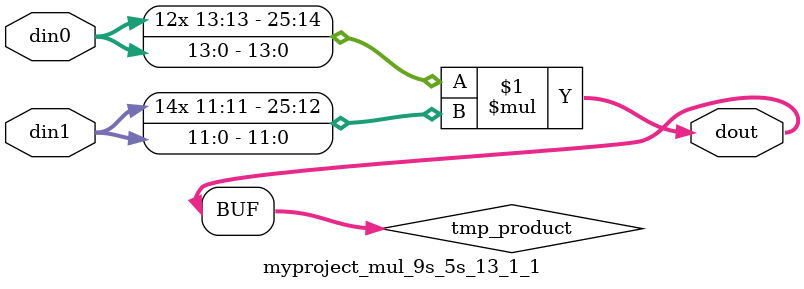
<source format=v>

`timescale 1 ns / 1 ps

  module myproject_mul_9s_5s_13_1_1(din0, din1, dout);
parameter ID = 1;
parameter NUM_STAGE = 0;
parameter din0_WIDTH = 14;
parameter din1_WIDTH = 12;
parameter dout_WIDTH = 26;

input [din0_WIDTH - 1 : 0] din0; 
input [din1_WIDTH - 1 : 0] din1; 
output [dout_WIDTH - 1 : 0] dout;

wire signed [dout_WIDTH - 1 : 0] tmp_product;













assign tmp_product = $signed(din0) * $signed(din1);








assign dout = tmp_product;







endmodule

</source>
